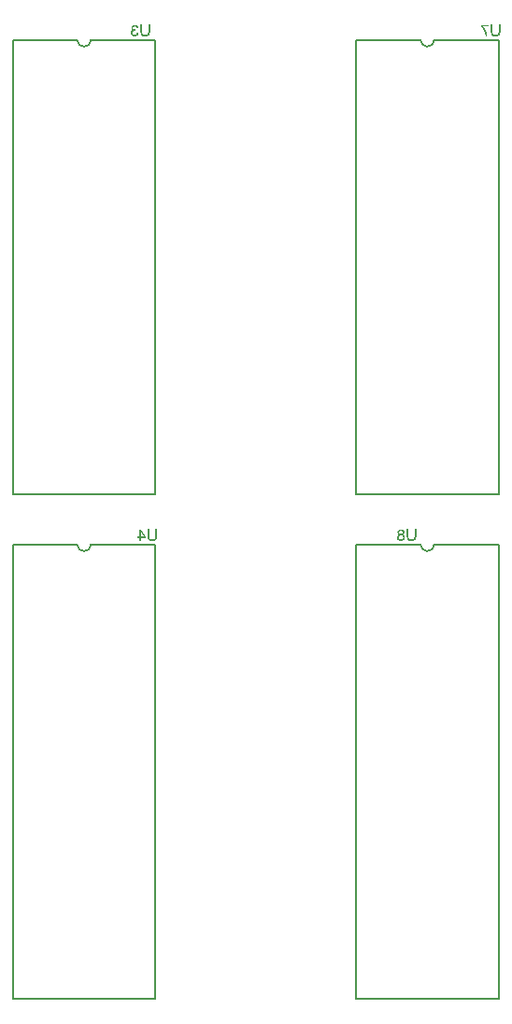
<source format=gbr>
G04 DipTrace 2.3.1.0*
%INBottomSilk.gbr*%
%MOMM*%
%ADD10C,0.127*%
%ADD12C,0.076*%
%FSLAX53Y53*%
G04*
G71*
G90*
G75*
G01*
%LNBotSilk*%
%LPD*%
X67786Y99220D2*
D10*
G02X66514Y99220I-636J18D01*
G01*
X73595D2*
X67786D1*
X66514D2*
X60705D1*
X73595Y58020D2*
X60705D1*
X73595Y99220D2*
Y58020D1*
X60705Y99220D2*
Y58020D1*
X67786Y53500D2*
G02X66514Y53500I-636J18D01*
G01*
X73595D2*
X67786D1*
X66514D2*
X60705D1*
X73595Y12300D2*
X60705D1*
X73595Y53500D2*
Y12300D1*
X60705Y53500D2*
Y12300D1*
X98901Y99220D2*
G02X97629Y99220I-636J18D01*
G01*
X104710D2*
X98901D1*
X97629D2*
X91820D1*
X104710Y58020D2*
X91820D1*
X104710Y99220D2*
Y58020D1*
X91820Y99220D2*
Y58020D1*
X98901Y53500D2*
G02X97629Y53500I-636J18D01*
G01*
X104710D2*
X98901D1*
X97629D2*
X91820D1*
X104710Y12300D2*
X91820D1*
X104710Y53500D2*
Y12300D1*
X91820Y53500D2*
Y12300D1*
X72255Y100588D2*
D12*
X72331D1*
X72965D2*
X73041D1*
X71647Y100563D2*
X71774D1*
X72255D2*
X72331D1*
X72965D2*
X73041D1*
X71595Y100537D2*
X71820D1*
X72255D2*
X72331D1*
X72965D2*
X73041D1*
X71550Y100512D2*
X71860D1*
X72255D2*
X72331D1*
X72965D2*
X73041D1*
X71514Y100487D2*
X71602D1*
X71828D2*
X71893D1*
X72255D2*
X72331D1*
X72965D2*
X73041D1*
X71488Y100461D2*
X71563D1*
X71856D2*
X71919D1*
X72255D2*
X72331D1*
X72965D2*
X73041D1*
X71469Y100436D2*
X71533D1*
X71881D2*
X71939D1*
X72255D2*
X72331D1*
X72965D2*
X73041D1*
X71457Y100411D2*
X71511D1*
X71900D2*
X71954D1*
X72255D2*
X72331D1*
X72965D2*
X73041D1*
X71450Y100385D2*
X71503D1*
X71914D2*
X71967D1*
X72255D2*
X72331D1*
X72965D2*
X73041D1*
X71447Y100360D2*
X71498D1*
X71926D2*
X71977D1*
X72255D2*
X72331D1*
X72965D2*
X73041D1*
X71447Y100335D2*
X71497D1*
X72255D2*
X72331D1*
X72965D2*
X73041D1*
X71450Y100309D2*
X71497D1*
X72255D2*
X72331D1*
X72965D2*
X73041D1*
X71458Y100284D2*
X71501D1*
X72255D2*
X72331D1*
X72965D2*
X73041D1*
X71477Y100259D2*
X71511D1*
X72255D2*
X72331D1*
X72965D2*
X73041D1*
X71501Y100233D2*
X71527D1*
X72255D2*
X72331D1*
X72965D2*
X73041D1*
X71527Y100208D2*
X71546D1*
X72255D2*
X72331D1*
X72965D2*
X73041D1*
X71547Y100183D2*
X71622D1*
X72255D2*
X72331D1*
X72965D2*
X73041D1*
X71562Y100157D2*
X71688D1*
X72255D2*
X72331D1*
X72965D2*
X73041D1*
X71541Y100132D2*
X71749D1*
X72255D2*
X72331D1*
X72965D2*
X73041D1*
X71511Y100107D2*
X71655D1*
X72255D2*
X72331D1*
X72965D2*
X73041D1*
X71481Y100081D2*
X71581D1*
X72255D2*
X72331D1*
X72965D2*
X73041D1*
X71454Y100056D2*
X71528D1*
X72255D2*
X72331D1*
X72965D2*
X73041D1*
X71433Y100031D2*
X71489D1*
X72255D2*
X72331D1*
X72965D2*
X73041D1*
X71417Y100005D2*
X71470D1*
X72256D2*
X72331D1*
X72965D2*
X73041D1*
X71405Y99980D2*
X71458D1*
X72260D2*
X72331D1*
X72965D2*
X73041D1*
X71395Y99955D2*
X71451D1*
X72266D2*
X72331D1*
X72965D2*
X73041D1*
X71387Y99929D2*
X71447D1*
X72272D2*
X72332D1*
X72965D2*
X73040D1*
X71380Y99904D2*
X71446D1*
X72277D2*
X72336D1*
X72965D2*
X73036D1*
X71383Y99879D2*
X71445D1*
X72279D2*
X72342D1*
X72964D2*
X73030D1*
X71388Y99853D2*
X71446D1*
X72281D2*
X72348D1*
X72960D2*
X73024D1*
X71395Y99828D2*
X71449D1*
X71926D2*
X72002D1*
X72285D2*
X72354D1*
X72954D2*
X73018D1*
X71404Y99803D2*
X71456D1*
X71922D2*
X71989D1*
X72292D2*
X72359D1*
X72947D2*
X73013D1*
X71416Y99777D2*
X71467D1*
X71915D2*
X71978D1*
X72303D2*
X72367D1*
X72938D2*
X73005D1*
X71431Y99752D2*
X71483D1*
X71902D2*
X71964D1*
X72316D2*
X72379D1*
X72925D2*
X72993D1*
X71450Y99727D2*
X71506D1*
X71884D2*
X71945D1*
X72332D2*
X72393D1*
X72905D2*
X72979D1*
X71473Y99701D2*
X71576D1*
X71817D2*
X71922D1*
X72350D2*
X72422D1*
X72876D2*
X72959D1*
X71502Y99676D2*
X71687D1*
X71708D2*
X71894D1*
X72371D2*
X72513D1*
X72789D2*
X72936D1*
X71537Y99651D2*
X71859D1*
X72403D2*
X72658D1*
X72652D2*
X72907D1*
X71578Y99625D2*
X71818D1*
X72447D2*
X72868D1*
X71622Y99600D2*
X71774D1*
X72500D2*
X72818D1*
X72559Y99575D2*
X72762D1*
X72890Y54868D2*
X72966D1*
X73600D2*
X73676D1*
X72156Y54843D2*
X72206D1*
X72890D2*
X72966D1*
X73600D2*
X73676D1*
X72156Y54817D2*
X72223D1*
X72890D2*
X72966D1*
X73600D2*
X73676D1*
X72156Y54792D2*
X72241D1*
X72890D2*
X72966D1*
X73600D2*
X73676D1*
X72156Y54767D2*
X72260D1*
X72890D2*
X72966D1*
X73600D2*
X73676D1*
X72156Y54741D2*
X72280D1*
X72890D2*
X72966D1*
X73600D2*
X73676D1*
X72156Y54716D2*
X72298D1*
X72890D2*
X72966D1*
X73600D2*
X73676D1*
X72156Y54691D2*
X72317D1*
X72890D2*
X72966D1*
X73600D2*
X73676D1*
X72156Y54665D2*
X72337D1*
X72890D2*
X72966D1*
X73600D2*
X73676D1*
X72156Y54640D2*
X72232D1*
X72333D2*
X72360D1*
X72890D2*
X72966D1*
X73600D2*
X73676D1*
X72156Y54615D2*
X72232D1*
X72358D2*
X72384D1*
X72890D2*
X72966D1*
X73600D2*
X73676D1*
X72156Y54589D2*
X72232D1*
X72890D2*
X72966D1*
X73600D2*
X73676D1*
X72156Y54564D2*
X72232D1*
X72384D2*
X72409D1*
X72890D2*
X72966D1*
X73600D2*
X73676D1*
X72156Y54539D2*
X72232D1*
X72409D2*
X72434D1*
X72890D2*
X72966D1*
X73600D2*
X73676D1*
X72156Y54513D2*
X72232D1*
X72434D2*
X72460D1*
X72890D2*
X72966D1*
X73600D2*
X73676D1*
X72156Y54488D2*
X72232D1*
X72890D2*
X72966D1*
X73600D2*
X73676D1*
X72156Y54463D2*
X72232D1*
X72460D2*
X72485D1*
X72890D2*
X72966D1*
X73600D2*
X73676D1*
X72156Y54437D2*
X72232D1*
X72485D2*
X72510D1*
X72890D2*
X72966D1*
X73600D2*
X73676D1*
X72156Y54412D2*
X72232D1*
X72510D2*
X72536D1*
X72890D2*
X72966D1*
X73600D2*
X73676D1*
X72156Y54387D2*
X72232D1*
X72890D2*
X72966D1*
X73600D2*
X73676D1*
X72156Y54361D2*
X72232D1*
X72536D2*
X72561D1*
X72890D2*
X72966D1*
X73600D2*
X73676D1*
X72156Y54336D2*
X72232D1*
X72561D2*
X72586D1*
X72890D2*
X72966D1*
X73600D2*
X73676D1*
X72156Y54311D2*
X72232D1*
X72586D2*
X72612D1*
X72890D2*
X72966D1*
X73600D2*
X73676D1*
X72156Y54285D2*
X72232D1*
X72891D2*
X72966D1*
X73600D2*
X73676D1*
X72156Y54260D2*
X72232D1*
X72612D2*
X72637D1*
X72895D2*
X72966D1*
X73600D2*
X73676D1*
X72156Y54235D2*
X72232D1*
X72612D2*
X72657D1*
X72901D2*
X72966D1*
X73600D2*
X73676D1*
X72156Y54209D2*
X72232D1*
X72612D2*
X72672D1*
X72907D2*
X72967D1*
X73600D2*
X73675D1*
X72004Y54184D2*
X72681D1*
X72912D2*
X72971D1*
X73600D2*
X73671D1*
X72004Y54159D2*
X72685D1*
X72914D2*
X72977D1*
X73599D2*
X73665D1*
X72004Y54133D2*
X72688D1*
X72916D2*
X72983D1*
X73595D2*
X73659D1*
X72156Y54108D2*
X72232D1*
X72920D2*
X72989D1*
X73589D2*
X73653D1*
X72156Y54083D2*
X72232D1*
X72927D2*
X72994D1*
X73582D2*
X73648D1*
X72156Y54057D2*
X72232D1*
X72938D2*
X73002D1*
X73573D2*
X73640D1*
X72156Y54032D2*
X72232D1*
X72951D2*
X73014D1*
X73560D2*
X73628D1*
X72156Y54007D2*
X72232D1*
X72967D2*
X73028D1*
X73540D2*
X73614D1*
X72156Y53981D2*
X72232D1*
X72985D2*
X73057D1*
X73511D2*
X73594D1*
X72156Y53956D2*
X72232D1*
X73006D2*
X73148D1*
X73424D2*
X73571D1*
X72156Y53931D2*
X72232D1*
X73038D2*
X73293D1*
X73287D2*
X73542D1*
X72156Y53905D2*
X72232D1*
X73082D2*
X73503D1*
X72156Y53880D2*
X72232D1*
X73135D2*
X73453D1*
X73194Y53855D2*
X73397D1*
X104005Y100588D2*
X104081D1*
X104715D2*
X104791D1*
X103119Y100563D2*
X103752D1*
X104005D2*
X104081D1*
X104715D2*
X104791D1*
X103131Y100537D2*
X103752D1*
X104005D2*
X104081D1*
X104715D2*
X104791D1*
X103146Y100512D2*
X103752D1*
X104005D2*
X104081D1*
X104715D2*
X104791D1*
X103162Y100487D2*
X103245D1*
X104005D2*
X104081D1*
X104715D2*
X104791D1*
X103179Y100461D2*
X103246D1*
X104005D2*
X104081D1*
X104715D2*
X104791D1*
X103198Y100436D2*
X103251D1*
X104005D2*
X104081D1*
X104715D2*
X104791D1*
X103218Y100411D2*
X103261D1*
X104005D2*
X104081D1*
X104715D2*
X104791D1*
X103236Y100385D2*
X103277D1*
X104005D2*
X104081D1*
X104715D2*
X104791D1*
X103253Y100360D2*
X103295D1*
X104005D2*
X104081D1*
X104715D2*
X104791D1*
X103271Y100335D2*
X103312D1*
X104005D2*
X104081D1*
X104715D2*
X104791D1*
X103287Y100309D2*
X103329D1*
X104005D2*
X104081D1*
X104715D2*
X104791D1*
X103301Y100284D2*
X103347D1*
X104005D2*
X104081D1*
X104715D2*
X104791D1*
X103315Y100259D2*
X103363D1*
X104005D2*
X104081D1*
X104715D2*
X104791D1*
X103331Y100233D2*
X103377D1*
X104005D2*
X104081D1*
X104715D2*
X104791D1*
X103347Y100208D2*
X103390D1*
X104005D2*
X104081D1*
X104715D2*
X104791D1*
X103363Y100183D2*
X103403D1*
X104005D2*
X104081D1*
X104715D2*
X104791D1*
X103377Y100157D2*
X103416D1*
X104005D2*
X104081D1*
X104715D2*
X104791D1*
X103390Y100132D2*
X103429D1*
X104005D2*
X104081D1*
X104715D2*
X104791D1*
X103403Y100107D2*
X103442D1*
X104005D2*
X104081D1*
X104715D2*
X104791D1*
X103413Y100081D2*
X103454D1*
X104005D2*
X104081D1*
X104715D2*
X104791D1*
X103422Y100056D2*
X103467D1*
X104005D2*
X104081D1*
X104715D2*
X104791D1*
X103432Y100031D2*
X103480D1*
X104005D2*
X104081D1*
X104715D2*
X104791D1*
X103443Y100005D2*
X103492D1*
X104006D2*
X104081D1*
X104715D2*
X104791D1*
X103454Y99980D2*
X103504D1*
X104010D2*
X104081D1*
X104715D2*
X104791D1*
X103463Y99955D2*
X103513D1*
X104016D2*
X104081D1*
X104715D2*
X104791D1*
X103469Y99929D2*
X103520D1*
X104022D2*
X104082D1*
X104715D2*
X104790D1*
X103476Y99904D2*
X103526D1*
X104027D2*
X104086D1*
X104715D2*
X104786D1*
X103483Y99879D2*
X103534D1*
X104029D2*
X104092D1*
X104714D2*
X104780D1*
X103491Y99853D2*
X103541D1*
X104031D2*
X104098D1*
X104710D2*
X104774D1*
X103499Y99828D2*
X103549D1*
X104035D2*
X104104D1*
X104704D2*
X104768D1*
X103507Y99803D2*
X103558D1*
X104042D2*
X104109D1*
X104697D2*
X104763D1*
X103515Y99777D2*
X103565D1*
X104053D2*
X104117D1*
X104688D2*
X104755D1*
X103520Y99752D2*
X103570D1*
X104066D2*
X104129D1*
X104675D2*
X104743D1*
X103522Y99727D2*
X103574D1*
X104082D2*
X104143D1*
X104655D2*
X104729D1*
X103523Y99701D2*
X103578D1*
X104100D2*
X104172D1*
X104626D2*
X104709D1*
X103524Y99676D2*
X103585D1*
X104121D2*
X104263D1*
X104539D2*
X104686D1*
X103524Y99651D2*
X103591D1*
X104153D2*
X104408D1*
X104402D2*
X104657D1*
X103524Y99625D2*
X103596D1*
X104197D2*
X104618D1*
X103524Y99600D2*
X103600D1*
X104250D2*
X104568D1*
X104309Y99575D2*
X104512D1*
X96385Y54868D2*
X96461D1*
X97095D2*
X97171D1*
X95752Y54843D2*
X95904D1*
X96385D2*
X96461D1*
X97095D2*
X97171D1*
X95706Y54817D2*
X95950D1*
X96385D2*
X96461D1*
X97095D2*
X97171D1*
X95666Y54792D2*
X95989D1*
X96385D2*
X96461D1*
X97095D2*
X97171D1*
X95633Y54767D2*
X95701D1*
X95924D2*
X96019D1*
X96385D2*
X96461D1*
X97095D2*
X97171D1*
X95607Y54741D2*
X95677D1*
X95963D2*
X96042D1*
X96385D2*
X96461D1*
X97095D2*
X97171D1*
X95587Y54716D2*
X95656D1*
X95993D2*
X96058D1*
X96385D2*
X96461D1*
X97095D2*
X97171D1*
X95572Y54691D2*
X95641D1*
X96016D2*
X96071D1*
X96385D2*
X96461D1*
X97095D2*
X97171D1*
X95561Y54665D2*
X95632D1*
X96023D2*
X96081D1*
X96385D2*
X96461D1*
X97095D2*
X97171D1*
X95556Y54640D2*
X95628D1*
X96028D2*
X96093D1*
X96385D2*
X96461D1*
X97095D2*
X97171D1*
X95556Y54615D2*
X95627D1*
X96029D2*
X96107D1*
X96385D2*
X96461D1*
X97095D2*
X97171D1*
X95562Y54589D2*
X95627D1*
X96029D2*
X96094D1*
X96385D2*
X96461D1*
X97095D2*
X97171D1*
X95572Y54564D2*
X95631D1*
X96025D2*
X96082D1*
X96385D2*
X96461D1*
X97095D2*
X97171D1*
X95586Y54539D2*
X95639D1*
X96017D2*
X96067D1*
X96385D2*
X96461D1*
X97095D2*
X97171D1*
X95606Y54513D2*
X95659D1*
X95994D2*
X96046D1*
X96385D2*
X96461D1*
X97095D2*
X97171D1*
X95631Y54488D2*
X95717D1*
X95929D2*
X96019D1*
X96385D2*
X96461D1*
X97095D2*
X97171D1*
X95656Y54463D2*
X95811D1*
X95827D2*
X95993D1*
X96385D2*
X96461D1*
X97095D2*
X97171D1*
X95677Y54437D2*
X95972D1*
X96385D2*
X96461D1*
X97095D2*
X97171D1*
X95692Y54412D2*
X95962D1*
X96385D2*
X96461D1*
X97095D2*
X97171D1*
X95671Y54387D2*
X95985D1*
X96385D2*
X96461D1*
X97095D2*
X97171D1*
X95641Y54361D2*
X95701D1*
X95955D2*
X96014D1*
X96385D2*
X96461D1*
X97095D2*
X97171D1*
X95611Y54336D2*
X95664D1*
X95991D2*
X96045D1*
X96385D2*
X96461D1*
X97095D2*
X97171D1*
X95584Y54311D2*
X95633D1*
X96020D2*
X96072D1*
X96385D2*
X96461D1*
X97095D2*
X97171D1*
X95563Y54285D2*
X95608D1*
X96042D2*
X96093D1*
X96386D2*
X96461D1*
X97095D2*
X97171D1*
X95547Y54260D2*
X95589D1*
X96058D2*
X96109D1*
X96390D2*
X96461D1*
X97095D2*
X97171D1*
X95535Y54235D2*
X95581D1*
X96070D2*
X96120D1*
X96396D2*
X96461D1*
X97095D2*
X97171D1*
X95525Y54209D2*
X95578D1*
X96076D2*
X96127D1*
X96402D2*
X96462D1*
X97095D2*
X97170D1*
X95517Y54184D2*
X95576D1*
X96079D2*
X96130D1*
X96407D2*
X96466D1*
X97095D2*
X97166D1*
X95510Y54159D2*
X95575D1*
X96080D2*
X96131D1*
X96409D2*
X96472D1*
X97094D2*
X97160D1*
X95513Y54133D2*
X95575D1*
X96080D2*
X96131D1*
X96411D2*
X96478D1*
X97090D2*
X97154D1*
X95518Y54108D2*
X95576D1*
X96077D2*
X96128D1*
X96415D2*
X96484D1*
X97084D2*
X97148D1*
X95525Y54083D2*
X95580D1*
X96070D2*
X96121D1*
X96422D2*
X96489D1*
X97077D2*
X97143D1*
X95534Y54057D2*
X95590D1*
X96059D2*
X96110D1*
X96433D2*
X96497D1*
X97068D2*
X97135D1*
X95546Y54032D2*
X95609D1*
X96045D2*
X96095D1*
X96446D2*
X96509D1*
X97055D2*
X97123D1*
X95561Y54007D2*
X95634D1*
X96017D2*
X96076D1*
X96462D2*
X96523D1*
X97035D2*
X97109D1*
X95581Y53981D2*
X95705D1*
X95940D2*
X96054D1*
X96480D2*
X96552D1*
X97006D2*
X97089D1*
X95609Y53956D2*
X95817D1*
X95821D2*
X96028D1*
X96501D2*
X96643D1*
X96919D2*
X97066D1*
X95647Y53931D2*
X95995D1*
X96533D2*
X96788D1*
X96782D2*
X97037D1*
X95696Y53905D2*
X95953D1*
X96577D2*
X96998D1*
X95752Y53880D2*
X95904D1*
X96630D2*
X96948D1*
X96689Y53855D2*
X96892D1*
X72255Y100588D2*
Y100563D1*
Y100537D1*
Y100512D1*
Y100487D1*
Y100461D1*
Y100436D1*
Y100411D1*
Y100385D1*
Y100360D1*
Y100335D1*
Y100309D1*
Y100284D1*
Y100259D1*
Y100233D1*
Y100208D1*
Y100183D1*
Y100157D1*
Y100132D1*
Y100107D1*
Y100081D1*
Y100056D1*
Y100031D1*
X72256Y100005D1*
X72260Y99980D1*
X72266Y99955D1*
X72272Y99929D1*
X72277Y99904D1*
X72279Y99879D1*
X72281Y99853D1*
X72285Y99828D1*
X72292Y99803D1*
X72303Y99777D1*
X72316Y99752D1*
X72332Y99727D1*
X72350Y99701D1*
X72371Y99676D1*
X72403Y99651D1*
X72447Y99625D1*
X72500Y99600D1*
X72559Y99575D1*
X72331Y100588D2*
Y100563D1*
Y100537D1*
Y100512D1*
Y100487D1*
Y100461D1*
Y100436D1*
Y100411D1*
Y100385D1*
Y100360D1*
Y100335D1*
Y100309D1*
Y100284D1*
Y100259D1*
Y100233D1*
Y100208D1*
Y100183D1*
Y100157D1*
Y100132D1*
Y100107D1*
Y100081D1*
Y100056D1*
Y100031D1*
Y100005D1*
Y99980D1*
Y99955D1*
X72332Y99929D1*
X72336Y99904D1*
X72342Y99879D1*
X72348Y99853D1*
X72354Y99828D1*
X72359Y99803D1*
X72367Y99777D1*
X72379Y99752D1*
X72393Y99727D1*
X72422Y99701D1*
X72513Y99676D1*
X72658Y99651D1*
X72838Y99625D1*
X72965Y100588D2*
Y100563D1*
Y100537D1*
Y100512D1*
Y100487D1*
Y100461D1*
Y100436D1*
Y100411D1*
Y100385D1*
Y100360D1*
Y100335D1*
Y100309D1*
Y100284D1*
Y100259D1*
Y100233D1*
Y100208D1*
Y100183D1*
Y100157D1*
Y100132D1*
Y100107D1*
Y100081D1*
Y100056D1*
Y100031D1*
Y100005D1*
Y99980D1*
Y99955D1*
Y99929D1*
Y99904D1*
X72964Y99879D1*
X72960Y99853D1*
X72954Y99828D1*
X72947Y99803D1*
X72938Y99777D1*
X72925Y99752D1*
X72905Y99727D1*
X72876Y99701D1*
X72789Y99676D1*
X72652Y99651D1*
X72483Y99625D1*
X73041Y100588D2*
Y100563D1*
Y100537D1*
Y100512D1*
Y100487D1*
Y100461D1*
Y100436D1*
Y100411D1*
Y100385D1*
Y100360D1*
Y100335D1*
Y100309D1*
Y100284D1*
Y100259D1*
Y100233D1*
Y100208D1*
Y100183D1*
Y100157D1*
Y100132D1*
Y100107D1*
Y100081D1*
Y100056D1*
Y100031D1*
Y100005D1*
Y99980D1*
Y99955D1*
X73040Y99929D1*
X73036Y99904D1*
X73030Y99879D1*
X73024Y99853D1*
X73018Y99828D1*
X73013Y99803D1*
X73005Y99777D1*
X72993Y99752D1*
X72979Y99727D1*
X72959Y99701D1*
X72936Y99676D1*
X72907Y99651D1*
X72868Y99625D1*
X72818Y99600D1*
X72762Y99575D1*
X71647Y100563D2*
X71595Y100537D1*
X71550Y100512D1*
X71514Y100487D1*
X71488Y100461D1*
X71469Y100436D1*
X71457Y100411D1*
X71450Y100385D1*
X71447Y100360D1*
Y100335D1*
X71450Y100309D1*
X71458Y100284D1*
X71477Y100259D1*
X71501Y100233D1*
X71527Y100208D1*
X71547Y100183D1*
X71562Y100157D1*
X71541Y100132D1*
X71511Y100107D1*
X71481Y100081D1*
X71454Y100056D1*
X71433Y100031D1*
X71417Y100005D1*
X71405Y99980D1*
X71395Y99955D1*
X71387Y99929D1*
X71380Y99904D1*
X71383Y99879D1*
X71388Y99853D1*
X71395Y99828D1*
X71404Y99803D1*
X71416Y99777D1*
X71431Y99752D1*
X71450Y99727D1*
X71473Y99701D1*
X71502Y99676D1*
X71537Y99651D1*
X71578Y99625D1*
X71622Y99600D1*
X71774Y100563D2*
X71820Y100537D1*
X71860Y100512D1*
X71893Y100487D1*
X71919Y100461D1*
X71939Y100436D1*
X71954Y100411D1*
X71967Y100385D1*
X71977Y100360D1*
X71647Y100512D2*
X71602Y100487D1*
X71563Y100461D1*
X71533Y100436D1*
X71511Y100411D1*
X71503Y100385D1*
X71498Y100360D1*
X71497Y100335D1*
Y100309D1*
X71501Y100284D1*
X71511Y100259D1*
X71527Y100233D1*
X71546Y100208D1*
X71799Y100512D2*
X71828Y100487D1*
X71856Y100461D1*
X71881Y100436D1*
X71900Y100411D1*
X71914Y100385D1*
X71926Y100360D1*
X71622Y100183D2*
X71688Y100157D1*
X71749Y100132D1*
X71655Y100107D1*
X71581Y100081D1*
X71528Y100056D1*
X71489Y100031D1*
X71470Y100005D1*
X71458Y99980D1*
X71451Y99955D1*
X71447Y99929D1*
X71446Y99904D1*
X71445Y99879D1*
X71446Y99853D1*
X71449Y99828D1*
X71456Y99803D1*
X71467Y99777D1*
X71483Y99752D1*
X71506Y99727D1*
X71576Y99701D1*
X71687Y99676D1*
X71825Y99651D1*
X71926Y99828D2*
X71922Y99803D1*
X71915Y99777D1*
X71902Y99752D1*
X71884Y99727D1*
X71817Y99701D1*
X71708Y99676D1*
X71571Y99651D1*
X72002Y99828D2*
X71989Y99803D1*
X71978Y99777D1*
X71964Y99752D1*
X71945Y99727D1*
X71922Y99701D1*
X71894Y99676D1*
X71859Y99651D1*
X71818Y99625D1*
X71774Y99600D1*
X72890Y54868D2*
Y54843D1*
Y54817D1*
Y54792D1*
Y54767D1*
Y54741D1*
Y54716D1*
Y54691D1*
Y54665D1*
Y54640D1*
Y54615D1*
Y54589D1*
Y54564D1*
Y54539D1*
Y54513D1*
Y54488D1*
Y54463D1*
Y54437D1*
Y54412D1*
Y54387D1*
Y54361D1*
Y54336D1*
Y54311D1*
X72891Y54285D1*
X72895Y54260D1*
X72901Y54235D1*
X72907Y54209D1*
X72912Y54184D1*
X72914Y54159D1*
X72916Y54133D1*
X72920Y54108D1*
X72927Y54083D1*
X72938Y54057D1*
X72951Y54032D1*
X72967Y54007D1*
X72985Y53981D1*
X73006Y53956D1*
X73038Y53931D1*
X73082Y53905D1*
X73135Y53880D1*
X73194Y53855D1*
X72966Y54868D2*
Y54843D1*
Y54817D1*
Y54792D1*
Y54767D1*
Y54741D1*
Y54716D1*
Y54691D1*
Y54665D1*
Y54640D1*
Y54615D1*
Y54589D1*
Y54564D1*
Y54539D1*
Y54513D1*
Y54488D1*
Y54463D1*
Y54437D1*
Y54412D1*
Y54387D1*
Y54361D1*
Y54336D1*
Y54311D1*
Y54285D1*
Y54260D1*
Y54235D1*
X72967Y54209D1*
X72971Y54184D1*
X72977Y54159D1*
X72983Y54133D1*
X72989Y54108D1*
X72994Y54083D1*
X73002Y54057D1*
X73014Y54032D1*
X73028Y54007D1*
X73057Y53981D1*
X73148Y53956D1*
X73293Y53931D1*
X73473Y53905D1*
X73600Y54868D2*
Y54843D1*
Y54817D1*
Y54792D1*
Y54767D1*
Y54741D1*
Y54716D1*
Y54691D1*
Y54665D1*
Y54640D1*
Y54615D1*
Y54589D1*
Y54564D1*
Y54539D1*
Y54513D1*
Y54488D1*
Y54463D1*
Y54437D1*
Y54412D1*
Y54387D1*
Y54361D1*
Y54336D1*
Y54311D1*
Y54285D1*
Y54260D1*
Y54235D1*
Y54209D1*
Y54184D1*
X73599Y54159D1*
X73595Y54133D1*
X73589Y54108D1*
X73582Y54083D1*
X73573Y54057D1*
X73560Y54032D1*
X73540Y54007D1*
X73511Y53981D1*
X73424Y53956D1*
X73287Y53931D1*
X73118Y53905D1*
X73676Y54868D2*
Y54843D1*
Y54817D1*
Y54792D1*
Y54767D1*
Y54741D1*
Y54716D1*
Y54691D1*
Y54665D1*
Y54640D1*
Y54615D1*
Y54589D1*
Y54564D1*
Y54539D1*
Y54513D1*
Y54488D1*
Y54463D1*
Y54437D1*
Y54412D1*
Y54387D1*
Y54361D1*
Y54336D1*
Y54311D1*
Y54285D1*
Y54260D1*
Y54235D1*
X73675Y54209D1*
X73671Y54184D1*
X73665Y54159D1*
X73659Y54133D1*
X73653Y54108D1*
X73648Y54083D1*
X73640Y54057D1*
X73628Y54032D1*
X73614Y54007D1*
X73594Y53981D1*
X73571Y53956D1*
X73542Y53931D1*
X73503Y53905D1*
X73453Y53880D1*
X73397Y53855D1*
X72156Y54843D2*
Y54817D1*
Y54792D1*
Y54767D1*
Y54741D1*
Y54716D1*
Y54691D1*
Y54665D1*
Y54640D1*
Y54615D1*
Y54589D1*
Y54564D1*
Y54539D1*
Y54513D1*
Y54488D1*
Y54463D1*
Y54437D1*
Y54412D1*
Y54387D1*
Y54361D1*
Y54336D1*
Y54311D1*
Y54285D1*
Y54260D1*
Y54235D1*
Y54209D1*
Y54184D1*
X72004D1*
Y54159D1*
Y54133D1*
Y54108D1*
X72156D1*
Y54083D1*
Y54057D1*
Y54032D1*
Y54007D1*
Y53981D1*
Y53956D1*
Y53931D1*
Y53905D1*
Y53880D1*
X72206Y54843D2*
X72223Y54817D1*
X72241Y54792D1*
X72260Y54767D1*
X72280Y54741D1*
X72298Y54716D1*
X72317Y54691D1*
X72337Y54665D1*
X72360Y54640D1*
X72384Y54615D1*
X72232Y54665D2*
Y54640D1*
Y54615D1*
Y54589D1*
Y54564D1*
Y54539D1*
Y54513D1*
Y54488D1*
Y54463D1*
Y54437D1*
Y54412D1*
Y54387D1*
Y54361D1*
Y54336D1*
Y54311D1*
Y54285D1*
Y54260D1*
Y54235D1*
Y54209D1*
Y54184D1*
X72333Y54640D2*
X72358Y54615D1*
X72384Y54564D2*
X72409Y54539D1*
X72434Y54513D1*
X72409Y54564D2*
X72434Y54539D1*
X72460Y54513D1*
Y54463D2*
X72485Y54437D1*
X72510Y54412D1*
X72485Y54463D2*
X72510Y54437D1*
X72536Y54412D1*
Y54361D2*
X72561Y54336D1*
X72586Y54311D1*
X72561Y54361D2*
X72586Y54336D1*
X72612Y54311D1*
Y54260D2*
Y54235D1*
Y54209D1*
Y54184D1*
X72637Y54260D2*
X72657Y54235D1*
X72672Y54209D1*
X72681Y54184D1*
X72685Y54159D1*
X72688Y54133D1*
X72232D2*
Y54108D1*
Y54083D1*
Y54057D1*
Y54032D1*
Y54007D1*
Y53981D1*
Y53956D1*
Y53931D1*
Y53905D1*
Y53880D1*
X104005Y100588D2*
Y100563D1*
Y100537D1*
Y100512D1*
Y100487D1*
Y100461D1*
Y100436D1*
Y100411D1*
Y100385D1*
Y100360D1*
Y100335D1*
Y100309D1*
Y100284D1*
Y100259D1*
Y100233D1*
Y100208D1*
Y100183D1*
Y100157D1*
Y100132D1*
Y100107D1*
Y100081D1*
Y100056D1*
Y100031D1*
X104006Y100005D1*
X104010Y99980D1*
X104016Y99955D1*
X104022Y99929D1*
X104027Y99904D1*
X104029Y99879D1*
X104031Y99853D1*
X104035Y99828D1*
X104042Y99803D1*
X104053Y99777D1*
X104066Y99752D1*
X104082Y99727D1*
X104100Y99701D1*
X104121Y99676D1*
X104153Y99651D1*
X104197Y99625D1*
X104250Y99600D1*
X104309Y99575D1*
X104081Y100588D2*
Y100563D1*
Y100537D1*
Y100512D1*
Y100487D1*
Y100461D1*
Y100436D1*
Y100411D1*
Y100385D1*
Y100360D1*
Y100335D1*
Y100309D1*
Y100284D1*
Y100259D1*
Y100233D1*
Y100208D1*
Y100183D1*
Y100157D1*
Y100132D1*
Y100107D1*
Y100081D1*
Y100056D1*
Y100031D1*
Y100005D1*
Y99980D1*
Y99955D1*
X104082Y99929D1*
X104086Y99904D1*
X104092Y99879D1*
X104098Y99853D1*
X104104Y99828D1*
X104109Y99803D1*
X104117Y99777D1*
X104129Y99752D1*
X104143Y99727D1*
X104172Y99701D1*
X104263Y99676D1*
X104408Y99651D1*
X104588Y99625D1*
X104715Y100588D2*
Y100563D1*
Y100537D1*
Y100512D1*
Y100487D1*
Y100461D1*
Y100436D1*
Y100411D1*
Y100385D1*
Y100360D1*
Y100335D1*
Y100309D1*
Y100284D1*
Y100259D1*
Y100233D1*
Y100208D1*
Y100183D1*
Y100157D1*
Y100132D1*
Y100107D1*
Y100081D1*
Y100056D1*
Y100031D1*
Y100005D1*
Y99980D1*
Y99955D1*
Y99929D1*
Y99904D1*
X104714Y99879D1*
X104710Y99853D1*
X104704Y99828D1*
X104697Y99803D1*
X104688Y99777D1*
X104675Y99752D1*
X104655Y99727D1*
X104626Y99701D1*
X104539Y99676D1*
X104402Y99651D1*
X104233Y99625D1*
X104791Y100588D2*
Y100563D1*
Y100537D1*
Y100512D1*
Y100487D1*
Y100461D1*
Y100436D1*
Y100411D1*
Y100385D1*
Y100360D1*
Y100335D1*
Y100309D1*
Y100284D1*
Y100259D1*
Y100233D1*
Y100208D1*
Y100183D1*
Y100157D1*
Y100132D1*
Y100107D1*
Y100081D1*
Y100056D1*
Y100031D1*
Y100005D1*
Y99980D1*
Y99955D1*
X104790Y99929D1*
X104786Y99904D1*
X104780Y99879D1*
X104774Y99853D1*
X104768Y99828D1*
X104763Y99803D1*
X104755Y99777D1*
X104743Y99752D1*
X104729Y99727D1*
X104709Y99701D1*
X104686Y99676D1*
X104657Y99651D1*
X104618Y99625D1*
X104568Y99600D1*
X104512Y99575D1*
X103119Y100563D2*
X103131Y100537D1*
X103146Y100512D1*
X103162Y100487D1*
X103179Y100461D1*
X103198Y100436D1*
X103218Y100411D1*
X103236Y100385D1*
X103253Y100360D1*
X103271Y100335D1*
X103287Y100309D1*
X103301Y100284D1*
X103315Y100259D1*
X103331Y100233D1*
X103347Y100208D1*
X103363Y100183D1*
X103377Y100157D1*
X103390Y100132D1*
X103403Y100107D1*
X103413Y100081D1*
X103422Y100056D1*
X103432Y100031D1*
X103443Y100005D1*
X103454Y99980D1*
X103463Y99955D1*
X103469Y99929D1*
X103476Y99904D1*
X103483Y99879D1*
X103491Y99853D1*
X103499Y99828D1*
X103507Y99803D1*
X103515Y99777D1*
X103520Y99752D1*
X103522Y99727D1*
X103523Y99701D1*
X103524Y99676D1*
Y99651D1*
Y99625D1*
Y99600D1*
X103752Y100563D2*
Y100537D1*
Y100512D1*
X103245D2*
Y100487D1*
X103246Y100461D1*
X103251Y100436D1*
X103261Y100411D1*
X103277Y100385D1*
X103295Y100360D1*
X103312Y100335D1*
X103329Y100309D1*
X103347Y100284D1*
X103363Y100259D1*
X103377Y100233D1*
X103390Y100208D1*
X103403Y100183D1*
X103416Y100157D1*
X103429Y100132D1*
X103442Y100107D1*
X103454Y100081D1*
X103467Y100056D1*
X103480Y100031D1*
X103492Y100005D1*
X103504Y99980D1*
X103513Y99955D1*
X103520Y99929D1*
X103526Y99904D1*
X103534Y99879D1*
X103541Y99853D1*
X103549Y99828D1*
X103558Y99803D1*
X103565Y99777D1*
X103570Y99752D1*
X103574Y99727D1*
X103578Y99701D1*
X103585Y99676D1*
X103591Y99651D1*
X103596Y99625D1*
X103600Y99600D1*
X96385Y54868D2*
Y54843D1*
Y54817D1*
Y54792D1*
Y54767D1*
Y54741D1*
Y54716D1*
Y54691D1*
Y54665D1*
Y54640D1*
Y54615D1*
Y54589D1*
Y54564D1*
Y54539D1*
Y54513D1*
Y54488D1*
Y54463D1*
Y54437D1*
Y54412D1*
Y54387D1*
Y54361D1*
Y54336D1*
Y54311D1*
X96386Y54285D1*
X96390Y54260D1*
X96396Y54235D1*
X96402Y54209D1*
X96407Y54184D1*
X96409Y54159D1*
X96411Y54133D1*
X96415Y54108D1*
X96422Y54083D1*
X96433Y54057D1*
X96446Y54032D1*
X96462Y54007D1*
X96480Y53981D1*
X96501Y53956D1*
X96533Y53931D1*
X96577Y53905D1*
X96630Y53880D1*
X96689Y53855D1*
X96461Y54868D2*
Y54843D1*
Y54817D1*
Y54792D1*
Y54767D1*
Y54741D1*
Y54716D1*
Y54691D1*
Y54665D1*
Y54640D1*
Y54615D1*
Y54589D1*
Y54564D1*
Y54539D1*
Y54513D1*
Y54488D1*
Y54463D1*
Y54437D1*
Y54412D1*
Y54387D1*
Y54361D1*
Y54336D1*
Y54311D1*
Y54285D1*
Y54260D1*
Y54235D1*
X96462Y54209D1*
X96466Y54184D1*
X96472Y54159D1*
X96478Y54133D1*
X96484Y54108D1*
X96489Y54083D1*
X96497Y54057D1*
X96509Y54032D1*
X96523Y54007D1*
X96552Y53981D1*
X96643Y53956D1*
X96788Y53931D1*
X96968Y53905D1*
X97095Y54868D2*
Y54843D1*
Y54817D1*
Y54792D1*
Y54767D1*
Y54741D1*
Y54716D1*
Y54691D1*
Y54665D1*
Y54640D1*
Y54615D1*
Y54589D1*
Y54564D1*
Y54539D1*
Y54513D1*
Y54488D1*
Y54463D1*
Y54437D1*
Y54412D1*
Y54387D1*
Y54361D1*
Y54336D1*
Y54311D1*
Y54285D1*
Y54260D1*
Y54235D1*
Y54209D1*
Y54184D1*
X97094Y54159D1*
X97090Y54133D1*
X97084Y54108D1*
X97077Y54083D1*
X97068Y54057D1*
X97055Y54032D1*
X97035Y54007D1*
X97006Y53981D1*
X96919Y53956D1*
X96782Y53931D1*
X96613Y53905D1*
X97171Y54868D2*
Y54843D1*
Y54817D1*
Y54792D1*
Y54767D1*
Y54741D1*
Y54716D1*
Y54691D1*
Y54665D1*
Y54640D1*
Y54615D1*
Y54589D1*
Y54564D1*
Y54539D1*
Y54513D1*
Y54488D1*
Y54463D1*
Y54437D1*
Y54412D1*
Y54387D1*
Y54361D1*
Y54336D1*
Y54311D1*
Y54285D1*
Y54260D1*
Y54235D1*
X97170Y54209D1*
X97166Y54184D1*
X97160Y54159D1*
X97154Y54133D1*
X97148Y54108D1*
X97143Y54083D1*
X97135Y54057D1*
X97123Y54032D1*
X97109Y54007D1*
X97089Y53981D1*
X97066Y53956D1*
X97037Y53931D1*
X96998Y53905D1*
X96948Y53880D1*
X96892Y53855D1*
X95752Y54843D2*
X95706Y54817D1*
X95666Y54792D1*
X95633Y54767D1*
X95607Y54741D1*
X95587Y54716D1*
X95572Y54691D1*
X95561Y54665D1*
X95556Y54640D1*
Y54615D1*
X95562Y54589D1*
X95572Y54564D1*
X95586Y54539D1*
X95606Y54513D1*
X95631Y54488D1*
X95656Y54463D1*
X95677Y54437D1*
X95692Y54412D1*
X95671Y54387D1*
X95641Y54361D1*
X95611Y54336D1*
X95584Y54311D1*
X95563Y54285D1*
X95547Y54260D1*
X95535Y54235D1*
X95525Y54209D1*
X95517Y54184D1*
X95510Y54159D1*
X95513Y54133D1*
X95518Y54108D1*
X95525Y54083D1*
X95534Y54057D1*
X95546Y54032D1*
X95561Y54007D1*
X95581Y53981D1*
X95609Y53956D1*
X95647Y53931D1*
X95696Y53905D1*
X95752Y53880D1*
X95904Y54843D2*
X95950Y54817D1*
X95989Y54792D1*
X96019Y54767D1*
X96042Y54741D1*
X96058Y54716D1*
X96071Y54691D1*
X96081Y54665D1*
X96093Y54640D1*
X96107Y54615D1*
X96094Y54589D1*
X96082Y54564D1*
X96067Y54539D1*
X96046Y54513D1*
X96019Y54488D1*
X95993Y54463D1*
X95972Y54437D1*
X95962Y54412D1*
X95985Y54387D1*
X96014Y54361D1*
X96045Y54336D1*
X96072Y54311D1*
X96093Y54285D1*
X96109Y54260D1*
X96120Y54235D1*
X96127Y54209D1*
X96130Y54184D1*
X96131Y54159D1*
Y54133D1*
X96128Y54108D1*
X96121Y54083D1*
X96110Y54057D1*
X96095Y54032D1*
X96076Y54007D1*
X96054Y53981D1*
X96028Y53956D1*
X95995Y53931D1*
X95953Y53905D1*
X95904Y53880D1*
X95727Y54792D2*
X95701Y54767D1*
X95677Y54741D1*
X95656Y54716D1*
X95641Y54691D1*
X95632Y54665D1*
X95628Y54640D1*
X95627Y54615D1*
Y54589D1*
X95631Y54564D1*
X95639Y54539D1*
X95659Y54513D1*
X95717Y54488D1*
X95811Y54463D1*
X95929Y54437D1*
X95879Y54792D2*
X95924Y54767D1*
X95963Y54741D1*
X95993Y54716D1*
X96016Y54691D1*
X96023Y54665D1*
X96028Y54640D1*
X96029Y54615D1*
Y54589D1*
X96025Y54564D1*
X96017Y54539D1*
X95994Y54513D1*
X95929Y54488D1*
X95827Y54463D1*
X95701Y54437D1*
Y54361D2*
X95664Y54336D1*
X95633Y54311D1*
X95608Y54285D1*
X95589Y54260D1*
X95581Y54235D1*
X95578Y54209D1*
X95576Y54184D1*
X95575Y54159D1*
Y54133D1*
X95576Y54108D1*
X95580Y54083D1*
X95590Y54057D1*
X95609Y54032D1*
X95634Y54007D1*
X95705Y53981D1*
X95817Y53956D1*
X95955Y53931D1*
Y54361D2*
X95991Y54336D1*
X96020Y54311D1*
X96042Y54285D1*
X96058Y54260D1*
X96070Y54235D1*
X96076Y54209D1*
X96079Y54184D1*
X96080Y54159D1*
Y54133D1*
X96077Y54108D1*
X96070Y54083D1*
X96059Y54057D1*
X96045Y54032D1*
X96017Y54007D1*
X95940Y53981D1*
X95821Y53956D1*
X95676Y53931D1*
M02*

</source>
